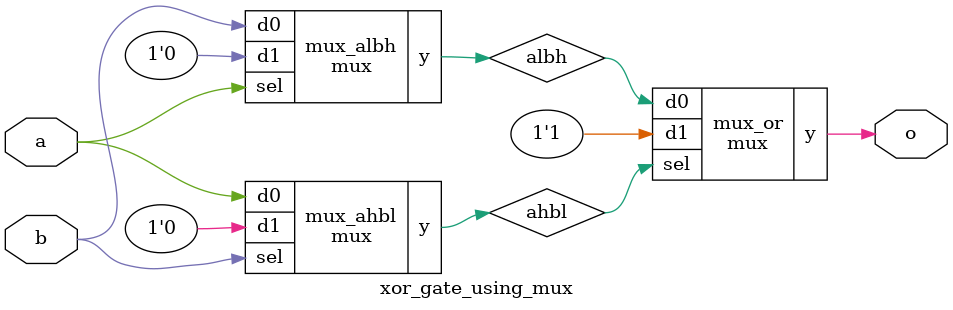
<source format=sv>

module mux
(
  input  d0, d1,
  input  sel,
  output y
);

  assign y = sel ? d1 : d0;

endmodule

//----------------------------------------------------------------------------
// Task
//----------------------------------------------------------------------------

module xor_gate_using_mux
(
    input  a,
    input  b,
    output o
);

  wire a_inv;
  wire b_inv;
  wire albh;
  wire ahbl;

  //mux mux_a_inv (1, 0, a, a_inv);
  //mux mux_b_inv (1, 0, b, b_inv);
  //mux mux_and_albh (0, a_inv, b, albh);
  //mux mux_and_ahbl (0, a, b_inv, ahbl);
  //mux mux_or (albh, 1, ahbl, o);

  // more optimal
  mux mux_ahbl (a, 0, b, ahbl);
  mux mux_albh (b, 0, a, albh);
  mux mux_or (albh, 1, ahbl, o);

  // Task:
  // Implement xor gate using instance(s) of mux,
  // constants 0 and 1, and wire connections


endmodule

</source>
